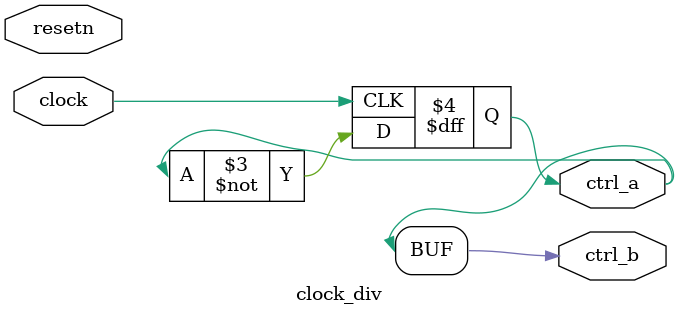
<source format=v>
module clock_div (clock, ctrl_a, ctrl_b, resetn);

input clock, resetn;
output ctrl_a, ctrl_b;

reg ctrl_a;
wire ctrl_b;

assign ctrl_b = ctrl_a;
always@(posedge clock)begin
	if(!resetn) ctrl_a<=1'b1;
	ctrl_a<=~ctrl_a;
end

endmodule
</source>
